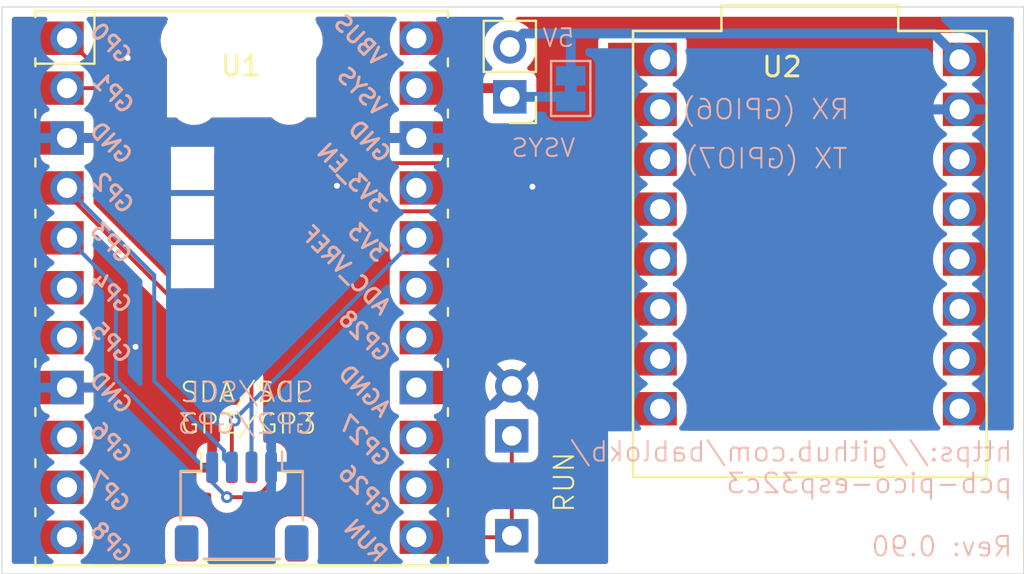
<source format=kicad_pcb>
(kicad_pcb (version 20221018) (generator pcbnew)
  (layers (0 "F.Cu" signal) (31 "B.Cu" signal) (34 "B.Paste" user) (35 "F.Paste" user) (36 "B.SilkS" user "B.Silkscreen") (37 "F.SilkS" user "F.Silkscreen") (38 "B.Mask" user) (39 "F.Mask" user) (44 "Edge.Cuts" user))
  (net 0 "")
  (net 1 "/VSYS")
  (net 2 "/5V")
  (net 3 "GND")
  (net 4 "/3V3")
  (net 5 "/SDA")
  (net 6 "/SCL")
  (net 7 "/RUN")
  (net 8 "/TX")
  (net 9 "/RX")
  (footprint "Connector_PinHeader_2.54mm:PinHeader_1x02_P2.54mm_Vertical" (layer "F.Cu") (at 139.1 69.925 180)
    (fp_text reference "J1" hide)
    (fp_text value "Conn_01x02" hide)
    (fp_line (start -1.33 -1.33) (end 0 -1.33) (stroke (width 0.12)) (layer "F.SilkS"))
    (fp_line (start -1.33 0) (end -1.33 -1.33) (stroke (width 0.12)) (layer "F.SilkS"))
    (fp_line (start -1.33 1.27) (end -1.33 3.87) (stroke (width 0.12)) (layer "F.SilkS"))
    (fp_line (start -1.33 1.27) (end 1.33 1.27) (stroke (width 0.12)) (layer "F.SilkS"))
    (fp_line (start -1.33 3.87) (end 1.33 3.87) (stroke (width 0.12)) (layer "F.SilkS"))
    (fp_line (start 1.33 1.27) (end 1.33 3.87) (stroke (width 0.12)) (layer "F.SilkS"))
    (pad "1" thru_hole rect (at 0 0 180) (size 1.7 1.7) (drill 1) (layers "*.Cu" "*.Mask") (net 1 "/VSYS"))
    (pad "2" thru_hole oval (at 0 2.54 180) (size 1.7 1.7) (drill 1) (layers "*.Cu" "*.Mask") (net 2 "/5V"))
  )
  (footprint "user:SW_PUSH_SLIM_1x4" (layer "F.Cu") (at 139.2 92.26 90)
    (fp_text reference "SW1" hide)
    (fp_text value "RESET" hide)
    (pad "1" thru_hole rect (at 0 0 90) (size 1.7 1.7) (drill 1) (layers "*.Cu" "*.Mask") (net 7 "/RUN"))
    (pad "1" thru_hole rect (at 5.08 0 90) (size 1.7 1.7) (drill 1) (layers "*.Cu" "*.Mask") (net 7 "/RUN"))
    (pad "2" thru_hole circle (at 7.62 0 90) (size 1.7 1.7) (drill 1) (layers "*.Cu" "*.Mask") (net 3 "GND"))
  )
  (footprint "user:RPi_Pico_SMD_TH_1_11" (layer "F.Cu") (at 125.45 91.07)
    (fp_text reference "U1" (at -0.05 -22.72) (layer "F.SilkS"))
    (fp_text value "Pico_1_11" hide)
    (fp_text user "GP6" (at -6.65 -3.55 -45) (layer "B.SilkS") (effects (font (size 0.8 0.8)) (justify mirror)))
    (fp_text user "3V3" (at 6.404 -13.726 -45) (layer "B.SilkS") (effects (font (size 0.8 0.8)) (justify mirror)))
    (fp_text user "GP7" (at -6.75 -1.04 -45) (layer "B.SilkS") (effects (font (size 0.8 0.8)) (justify mirror)))
    (fp_text user "GND" (at 6.504 -18.876 -45) (layer "B.SilkS") (effects (font (size 0.8 0.8)) (justify mirror)))
    (fp_text user "3V3_EN" (at 5.604 -17.026 -45) (layer "B.SilkS") (effects (font (size 0.8 0.8)) (justify mirror)))
    (fp_text user "GND" (at -6.65 -18.79 -45) (layer "B.SilkS") (effects (font (size 0.8 0.8)) (justify mirror)))
    (fp_text user "VBUS" (at 6.004 -24.026 -45) (layer "B.SilkS") (effects (font (size 0.8 0.8)) (justify mirror)))
    (fp_text user "GP2" (at -6.55 -16.25 -45) (layer "B.SilkS") (effects (font (size 0.8 0.8)) (justify mirror)))
    (fp_text user "GP27" (at 6.25 -3.626 -45) (layer "B.SilkS") (effects (font (size 0.8 0.8)) (justify mirror)))
    (fp_text user "RUN" (at 6.304 1.444 -45) (layer "B.SilkS") (effects (font (size 0.8 0.8)) (justify mirror)))
    (fp_text user "GP5" (at -6.65 -8.63 -45) (layer "B.SilkS") (effects (font (size 0.8 0.8)) (justify mirror)))
    (fp_text user "GP28" (at 6.25 -8.97 -45) (layer "B.SilkS") (effects (font (size 0.8 0.8)) (justify mirror)))
    (fp_text user "GP8" (at -6.65 1.53 -45) (layer "B.SilkS") (effects (font (size 0.8 0.8)) (justify mirror)))
    (fp_text user "AGND" (at 6.25 -6.176 -45) (layer "B.SilkS") (effects (font (size 0.8 0.8)) (justify mirror)))
    (fp_text user "GP26" (at 6.25 -1.096 -45) (layer "B.SilkS") (effects (font (size 0.8 0.8)) (justify mirror)))
    (fp_text user "GP3" (at -6.65 -13.71 -45) (layer "B.SilkS") (effects (font (size 0.8 0.8)) (justify mirror)))
    (fp_text user "GP1" (at -6.55 -21.34 -45) (layer "B.SilkS") (effects (font (size 0.8 0.8)) (justify mirror)))
    (fp_text user "GND" (at -6.65 -6.09 -45) (layer "B.SilkS") (effects (font (size 0.8 0.8)) (justify mirror)))
    (fp_text user "VSYS" (at 6.104 -21.416 -45) (layer "B.SilkS") (effects (font (size 0.8 0.8)) (justify mirror)))
    (fp_text user "GP0" (at -6.65 -23.87 -45) (layer "B.SilkS") (effects (font (size 0.8 0.8)) (justify mirror)))
    (fp_text user "GP4" (at -6.65 -11.17 -45) (layer "B.SilkS") (effects (font (size 0.8 0.8)) (justify mirror)))
    (fp_text user "ADC_VREF" (at 5.304 -12.326 -45) (layer "B.SilkS") (effects (font (size 0.8 0.8)) (justify mirror)))
    (fp_line (start -10.5 -25.5) (end -10.5 -25.2) (stroke (width 0.12)) (layer "F.SilkS"))
    (fp_line (start -10.5 -25.5) (end 10.5 -25.5) (stroke (width 0.12)) (layer "F.SilkS"))
    (fp_line (start -10.5 -23.1) (end -10.5 -22.7) (stroke (width 0.12)) (layer "F.SilkS"))
    (fp_line (start -10.5 -22.833) (end -7.493 -22.833) (stroke (width 0.12)) (layer "F.SilkS"))
    (fp_line (start -10.5 -20.5) (end -10.5 -20.1) (stroke (width 0.12)) (layer "F.SilkS"))
    (fp_line (start -10.5 -18) (end -10.5 -17.6) (stroke (width 0.12)) (layer "F.SilkS"))
    (fp_line (start -10.5 -15.4) (end -10.5 -15) (stroke (width 0.12)) (layer "F.SilkS"))
    (fp_line (start -10.5 -12.9) (end -10.5 -12.5) (stroke (width 0.12)) (layer "F.SilkS"))
    (fp_line (start -10.5 -10.4) (end -10.5 -10) (stroke (width 0.12)) (layer "F.SilkS"))
    (fp_line (start -10.5 -7.8) (end -10.5 -7.4) (stroke (width 0.12)) (layer "F.SilkS"))
    (fp_line (start -10.5 -5.3) (end -10.5 -4.9) (stroke (width 0.12)) (layer "F.SilkS"))
    (fp_line (start -10.5 -2.7) (end -10.5 -2.3) (stroke (width 0.12)) (layer "F.SilkS"))
    (fp_line (start -10.5 -0.2) (end -10.5 0.2) (stroke (width 0.12)) (layer "F.SilkS"))
    (fp_line (start -10.5 2.3) (end -10.5 2.7) (stroke (width 0.12)) (layer "F.SilkS"))
    (fp_line (start -7.493 -22.833) (end -7.493 -25.5) (stroke (width 0.12)) (layer "F.SilkS"))
    (fp_line (start 10.5 -25.5) (end 10.5 -25.2) (stroke (width 0.12)) (layer "F.SilkS"))
    (fp_line (start 10.5 -23.1) (end 10.5 -22.7) (stroke (width 0.12)) (layer "F.SilkS"))
    (fp_line (start 10.5 -20.5) (end 10.5 -20.1) (stroke (width 0.12)) (layer "F.SilkS"))
    (fp_line (start 10.5 -18) (end 10.5 -17.6) (stroke (width 0.12)) (layer "F.SilkS"))
    (fp_line (start 10.5 -15.4) (end 10.5 -15) (stroke (width 0.12)) (layer "F.SilkS"))
    (fp_line (start 10.5 -12.9) (end 10.5 -12.5) (stroke (width 0.12)) (layer "F.SilkS"))
    (fp_line (start 10.5 -10.4) (end 10.5 -10) (stroke (width 0.12)) (layer "F.SilkS"))
    (fp_line (start 10.5 -7.8) (end 10.5 -7.4) (stroke (width 0.12)) (layer "F.SilkS"))
    (fp_line (start 10.5 -5.3) (end 10.5 -4.9) (stroke (width 0.12)) (layer "F.SilkS"))
    (fp_line (start 10.5 -2.7) (end 10.5 -2.3) (stroke (width 0.12)) (layer "F.SilkS"))
    (fp_line (start 10.5 -0.2) (end 10.5 0.2) (stroke (width 0.12)) (layer "F.SilkS"))
    (fp_line (start 10.5 2.3) (end 10.5 2.7) (stroke (width 0.12)) (layer "F.SilkS"))
    (fp_line (start 10.5 2.7) (end -10.5 2.7) (stroke (width 0.12)) (layer "F.SilkS"))
    (pad "" np_thru_hole oval (at -2.725 -24) (size 1.8 1.8) (drill 1.8) (layers "*.Cu" "*.Mask"))
    (pad "" np_thru_hole oval (at -2.425 -20.97) (size 1.5 1.5) (drill 1.5) (layers "*.Cu" "*.Mask"))
    (pad "" np_thru_hole oval (at 2.425 -20.97) (size 1.5 1.5) (drill 1.5) (layers "*.Cu" "*.Mask"))
    (pad "" np_thru_hole oval (at 2.725 -24) (size 1.8 1.8) (drill 1.8) (layers "*.Cu" "*.Mask"))
    (pad "1" thru_hole oval (at -8.89 -24.13) (size 1.7 1.7) (drill 1.02) (layers "*.Cu" "*.Mask") (net 8 "/TX"))
    (pad "1" smd rect (at -8.89 -24.13) (size 3.5 1.7) (drill (offset -0.9 0)) (layers "F.Cu" "F.Mask") (net 8 "/TX"))
    (pad "2" thru_hole oval (at -8.89 -21.59) (size 1.7 1.7) (drill 1.02) (layers "*.Cu" "*.Mask") (net 9 "/RX"))
    (pad "2" smd rect (at -8.89 -21.59) (size 3.5 1.7) (drill (offset -0.9 0)) (layers "F.Cu" "F.Mask") (net 9 "/RX"))
    (pad "3" thru_hole rect (at -8.89 -19.05) (size 1.7 1.7) (drill 1.02) (layers "*.Cu" "*.Mask") (net 3 "GND"))
    (pad "3" smd rect (at -8.89 -19.05) (size 3.5 1.7) (drill (offset -0.9 0)) (layers "F.Cu" "F.Mask") (net 3 "GND"))
    (pad "4" thru_hole oval (at -8.89 -16.51) (size 1.7 1.7) (drill 1.02) (layers "*.Cu" "*.Mask") (net 5 "/SDA"))
    (pad "4" smd rect (at -8.89 -16.51) (size 3.5 1.7) (drill (offset -0.9 0)) (layers "F.Cu" "F.Mask") (net 5 "/SDA"))
    (pad "5" thru_hole oval (at -8.89 -13.97) (size 1.7 1.7) (drill 1.02) (layers "*.Cu" "*.Mask") (net 6 "/SCL"))
    (pad "5" smd rect (at -8.89 -13.97) (size 3.5 1.7) (drill (offset -0.9 0)) (layers "F.Cu" "F.Mask") (net 6 "/SCL"))
    (pad "6" thru_hole oval (at -8.89 -11.43) (size 1.7 1.7) (drill 1.02) (layers "*.Cu" "*.Mask"))
    (pad "6" smd rect (at -8.89 -11.43) (size 3.5 1.7) (drill (offset -0.9 0)) (layers "F.Cu" "F.Mask"))
    (pad "7" thru_hole oval (at -8.89 -8.89) (size 1.7 1.7) (drill 1.02) (layers "*.Cu" "*.Mask"))
    (pad "7" smd rect (at -8.89 -8.89) (size 3.5 1.7) (drill (offset -0.9 0)) (layers "F.Cu" "F.Mask"))
    (pad "8" thru_hole rect (at -8.89 -6.35) (size 1.7 1.7) (drill 1.02) (layers "*.Cu" "*.Mask") (net 3 "GND"))
    (pad "8" smd rect (at -8.89 -6.35) (size 3.5 1.7) (drill (offset -0.9 0)) (layers "F.Cu" "F.Mask") (net 3 "GND"))
    (pad "9" thru_hole oval (at -8.89 -3.81) (size 1.7 1.7) (drill 1.02) (layers "*.Cu" "*.Mask"))
    (pad "9" smd rect (at -8.89 -3.81) (size 3.5 1.7) (drill (offset -0.9 0)) (layers "F.Cu" "F.Mask"))
    (pad "10" thru_hole oval (at -8.89 -1.27) (size 1.7 1.7) (drill 1.02) (layers "*.Cu" "*.Mask"))
    (pad "10" smd rect (at -8.89 -1.27) (size 3.5 1.7) (drill (offset -0.9 0)) (layers "F.Cu" "F.Mask"))
    (pad "11" thru_hole oval (at -8.89 1.27) (size 1.7 1.7) (drill 1.02) (layers "*.Cu" "*.Mask"))
    (pad "11" smd rect (at -8.89 1.27) (size 3.5 1.7) (drill (offset -0.9 0)) (layers "F.Cu" "F.Mask"))
    (pad "30" thru_hole oval (at 8.89 1.27) (size 1.7 1.7) (drill 1.02) (layers "*.Cu" "*.Mask") (net 7 "/RUN"))
    (pad "30" smd rect (at 8.89 1.27) (size 3.5 1.7) (drill (offset 0.9 0)) (layers "F.Cu" "F.Mask") (net 7 "/RUN"))
    (pad "31" thru_hole oval (at 8.89 -1.27) (size 1.7 1.7) (drill 1.02) (layers "*.Cu" "*.Mask"))
    (pad "31" smd rect (at 8.89 -1.27) (size 3.5 1.7) (drill (offset 0.9 0)) (layers "F.Cu" "F.Mask"))
    (pad "32" thru_hole oval (at 8.89 -3.81) (size 1.7 1.7) (drill 1.02) (layers "*.Cu" "*.Mask"))
    (pad "32" smd rect (at 8.89 -3.81) (size 3.5 1.7) (drill (offset 0.9 0)) (layers "F.Cu" "F.Mask"))
    (pad "33" thru_hole rect (at 8.89 -6.35) (size 1.7 1.7) (drill 1.02) (layers "*.Cu" "*.Mask"))
    (pad "33" smd rect (at 8.89 -6.35) (size 3.5 1.7) (drill (offset 0.9 0)) (layers "F.Cu" "F.Mask"))
    (pad "34" thru_hole oval (at 8.89 -8.89) (size 1.7 1.7) (drill 1.02) (layers "*.Cu" "*.Mask"))
    (pad "34" smd rect (at 8.89 -8.89) (size 3.5 1.7) (drill (offset 0.9 0)) (layers "F.Cu" "F.Mask"))
    (pad "35" thru_hole oval (at 8.89 -11.43) (size 1.7 1.7) (drill 1.02) (layers "*.Cu" "*.Mask"))
    (pad "35" smd rect (at 8.89 -11.43) (size 3.5 1.7) (drill (offset 0.9 0)) (layers "F.Cu" "F.Mask"))
    (pad "36" thru_hole oval (at 8.89 -13.97) (size 1.7 1.7) (drill 1.02) (layers "*.Cu" "*.Mask") (net 4 "/3V3"))
    (pad "36" smd rect (at 8.89 -13.97) (size 3.5 1.7) (drill (offset 0.9 0)) (layers "F.Cu" "F.Mask") (net 4 "/3V3"))
    (pad "37" thru_hole oval (at 8.89 -16.51) (size 1.7 1.7) (drill 1.02) (layers "*.Cu" "*.Mask"))
    (pad "37" smd rect (at 8.89 -16.51) (size 3.5 1.7) (drill (offset 0.9 0)) (layers "F.Cu" "F.Mask"))
    (pad "38" thru_hole rect (at 8.89 -19.05) (size 1.7 1.7) (drill 1.02) (layers "*.Cu" "*.Mask") (net 3 "GND"))
    (pad "38" smd rect (at 8.89 -19.05) (size 3.5 1.7) (drill (offset 0.9 0)) (layers "F.Cu" "F.Mask") (net 3 "GND"))
    (pad "39" thru_hole oval (at 8.89 -21.59) (size 1.7 1.7) (drill 1.02) (layers "*.Cu" "*.Mask") (net 1 "/VSYS"))
    (pad "39" smd rect (at 8.89 -21.59) (size 3.5 1.7) (drill (offset 0.9 0)) (layers "F.Cu" "F.Mask") (net 1 "/VSYS"))
    (pad "40" thru_hole oval (at 8.89 -24.13) (size 1.7 1.7) (drill 1.02) (layers "*.Cu" "*.Mask"))
    (pad "40" smd rect (at 8.89 -24.13) (size 3.5 1.7) (drill (offset 0.9 0)) (layers "F.Cu" "F.Mask"))
    (zone (net 0) (net_name "") (layers "F&B.Cu" "F.SilkS") (name "USB") (connect_pads (clearance 0)) (min_thickness 0.25)
      (keepout (tracks not_allowed) (vias not_allowed) (pads not_allowed) (copperpour not_allowed) (footprints not_allowed))
      (fill (thermal_gap 0.5) (thermal_bridge_width 0.5))
      (polygon (pts (xy 121.65 66.07) (xy 129.25 66.07) (xy 129.25 70.97) (xy 121.65 70.97)))
    )
    (zone (net 0) (net_name "") (layers "F&B.Cu" "F.SilkS") (name "T1") (connect_pads (clearance 0)) (min_thickness 0.25)
      (keepout (tracks not_allowed) (vias not_allowed) (pads not_allowed) (copperpour not_allowed) (footprints not_allowed))
      (fill (thermal_gap 0.5) (thermal_bridge_width 0.5))
      (polygon (pts (xy 121.85 72.47) (xy 124.05 72.47) (xy 124.05 74.67) (xy 121.85 74.67)))
    )
    (zone (net 0) (net_name "") (layers "F&B.Cu" "F.SilkS") (name "T1") (connect_pads (clearance 0)) (min_thickness 0.25)
      (keepout (tracks not_allowed) (vias not_allowed) (pads not_allowed) (copperpour not_allowed) (footprints not_allowed))
      (fill (thermal_gap 0.5) (thermal_bridge_width 0.5))
      (polygon (pts (xy 121.85 74.97) (xy 124.05 74.97) (xy 124.05 77.17) (xy 121.85 77.17)))
    )
    (zone (net 0) (net_name "") (layers "F&B.Cu" "F.SilkS") (name "T1") (connect_pads (clearance 0)) (min_thickness 0.25)
      (keepout (tracks not_allowed) (vias not_allowed) (pads not_allowed) (copperpour not_allowed) (footprints not_allowed))
      (fill (thermal_gap 0.5) (thermal_bridge_width 0.5))
      (polygon (pts (xy 121.85 77.47) (xy 124.05 77.47) (xy 124.05 79.67) (xy 121.85 79.67)))
    )
  )
  (footprint "user:ESP32-C3_SUPERMINI" (layer "F.Cu") (at 154.37 77.92)
    (fp_text reference "U2" (at -1.42 -9.52) (layer "F.SilkS"))
    (fp_text value "ESP32-C3_SUPERMINI" hide)
    (fp_line (start -9 11.35) (end -9 -11.35) (stroke (width 0.127)) (layer "F.SilkS"))
    (fp_line (start -4.5 -12.65) (end -4.5 -11.35) (stroke (width 0.127)) (layer "F.SilkS"))
    (fp_line (start -4.5 -11.35) (end -9 -11.35) (stroke (width 0.127)) (layer "F.SilkS"))
    (fp_line (start 4.5 -12.65) (end -4.5 -12.65) (stroke (width 0.127)) (layer "F.SilkS"))
    (fp_line (start 4.5 -12.65) (end 4.5 -11.35) (stroke (width 0.127)) (layer "F.SilkS"))
    (fp_line (start 9 -11.35) (end 4.5 -11.35) (stroke (width 0.127)) (layer "F.SilkS"))
    (fp_line (start 9 11.35) (end -9 11.35) (stroke (width 0.127)) (layer "F.SilkS"))
    (fp_line (start 9 11.35) (end 9 -11.35) (stroke (width 0.127)) (layer "F.SilkS"))
    (pad "0" thru_hole oval (at 7.62 7.88 180) (size 1.7 1.7) (drill 1.02) (layers "*.Cu" "*.Mask"))
    (pad "0" smd rect (at 7.62 7.88 180) (size 3.5 1.7) (drill (offset -0.9 0)) (layers "F.Cu" "F.Mask"))
    (pad "1" thru_hole oval (at 7.62 5.34 180) (size 1.7 1.7) (drill 1.02) (layers "*.Cu" "*.Mask"))
    (pad "1" smd rect (at 7.62 5.34 180) (size 3.5 1.7) (drill (offset -0.9 0)) (layers "F.Cu" "F.Mask"))
    (pad "2" thru_hole oval (at 7.62 2.8 180) (size 1.7 1.7) (drill 1.02) (layers "*.Cu" "*.Mask"))
    (pad "2" smd rect (at 7.62 2.8 180) (size 3.5 1.7) (drill (offset -0.9 0)) (layers "F.Cu" "F.Mask"))
    (pad "3" thru_hole oval (at 7.62 0.26 180) (size 1.7 1.7) (drill 1.02) (layers "*.Cu" "*.Mask"))
    (pad "3" smd rect (at 7.62 0.26 180) (size 3.5 1.7) (drill (offset -0.9 0)) (layers "F.Cu" "F.Mask"))
    (pad "3.3" thru_hole oval (at 7.62 -4.82 180) (size 1.7 1.7) (drill 1.02) (layers "*.Cu" "*.Mask"))
    (pad "3.3" smd rect (at 7.62 -4.82 180) (size 3.5 1.7) (drill (offset -0.9 0)) (layers "F.Cu" "F.Mask"))
    (pad "4" thru_hole oval (at 7.62 -2.28 180) (size 1.7 1.7) (drill 1.02) (layers "*.Cu" "*.Mask"))
    (pad "4" smd rect (at 7.62 -2.28 180) (size 3.5 1.7) (drill (offset -0.9 0)) (layers "F.Cu" "F.Mask"))
    (pad "5" thru_hole oval (at -7.62 -9.9) (size 1.7 1.7) (drill 1.02) (layers "*.Cu" "*.Mask"))
    (pad "5" smd rect (at -7.62 -9.9) (size 3.5 1.7) (drill (offset -0.9 0)) (layers "F.Cu" "F.Mask"))
    (pad "5V" thru_hole oval (at 7.62 -9.9 180) (size 1.7 1.7) (drill 1.02) (layers "*.Cu" "*.Mask") (net 2 "/5V"))
    (pad "5V" smd rect (at 7.62 -9.9 180) (size 3.5 1.7) (drill (offset -0.9 0)) (layers "F.Cu" "F.Mask") (net 2 "/5V"))
    (pad "6" thru_hole oval (at -7.62 -7.36) (size 1.7 1.7) (drill 1.02) (layers "*.Cu" "*.Mask") (net 8 "/TX"))
    (pad "6" smd rect (at -7.62 -7.36) (size 3.5 1.7) (drill (offset -0.9 0)) (layers "F.Cu" "F.Mask") (net 8 "/TX"))
    (pad "7" thru_hole oval (at -7.62 -4.82) (size 1.7 1.7) (drill 1.02) (layers "*.Cu" "*.Mask") (net 9 "/RX"))
    (pad "7" smd rect (at -7.62 -4.82) (size 3.5 1.7) (drill (offset -0.9 0)) (layers "F.Cu" "F.Mask") (net 9 "/RX"))
    (pad "8" thru_hole oval (at -7.62 -2.28) (size 1.7 1.7) (drill 1.02) (layers "*.Cu" "*.Mask"))
    (pad "8" smd rect (at -7.62 -2.28) (size 3.5 1.7) (drill (offset -0.9 0)) (layers "F.Cu" "F.Mask"))
    (pad "9" thru_hole oval (at -7.62 0.26) (size 1.7 1.7) (drill 1.02) (layers "*.Cu" "*.Mask"))
    (pad "9" smd rect (at -7.62 0.26) (size 3.5 1.7) (drill (offset -0.9 0)) (layers "F.Cu" "F.Mask"))
    (pad "10" thru_hole oval (at -7.62 2.8) (size 1.7 1.7) (drill 1.02) (layers "*.Cu" "*.Mask"))
    (pad "10" smd rect (at -7.62 2.8) (size 3.5 1.7) (drill (offset -0.9 0)) (layers "F.Cu" "F.Mask"))
    (pad "20" thru_hole oval (at -7.62 5.34) (size 1.7 1.7) (drill 1.02) (layers "*.Cu" "*.Mask"))
    (pad "20" smd rect (at -7.62 5.34) (size 3.5 1.7) (drill (offset -0.9 0)) (layers "F.Cu" "F.Mask"))
    (pad "21" thru_hole oval (at -7.62 7.88) (size 1.7 1.7) (drill 1.02) (layers "*.Cu" "*.Mask"))
    (pad "21" smd rect (at -7.62 7.88) (size 3.5 1.7) (drill (offset -0.9 0)) (layers "F.Cu" "F.Mask"))
    (pad "G" thru_hole oval (at 7.62 -7.36 180) (size 1.7 1.7) (drill 1.02) (layers "*.Cu" "*.Mask") (net 3 "GND"))
    (pad "G" smd rect (at 7.62 -7.36 180) (size 3.5 1.7) (drill (offset -0.9 0)) (layers "F.Cu" "F.Mask") (net 3 "GND"))
    (zone (net 0) (net_name "") (layers "F&B.Cu" "F.SilkS") (name "Antenna") (connect_pads (clearance 0)) (min_thickness 0.25)
      (keepout (tracks not_allowed) (vias not_allowed) (pads not_allowed) (copperpour not_allowed) (footprints not_allowed))
      (fill (thermal_gap 0.5) (thermal_bridge_width 0.5))
      (polygon (pts (xy 145.47 86.92) (xy 163.27 86.92) (xy 163.27 89.22) (xy 145.47 89.22)))
    )
  )
  (footprint "user:JST_SH_SM04B-SRSS-TB_1x04-1MP_P1.00mm_Horizontal" (layer "F.Cu") (at 125.45 90.8)
    (fp_text reference "J2" hide)
    (fp_text value "I2C_TOP" hide)
    (fp_line (start -3.11 -1.785) (end -2.06 -1.785) (stroke (width 0.12)) (layer "F.SilkS"))
    (fp_line (start -3.11 0.715) (end -3.11 -1.785) (stroke (width 0.12)) (layer "F.SilkS"))
    (fp_line (start -2.06 -1.785) (end -2.06 -2.775) (stroke (width 0.12)) (layer "F.SilkS"))
    (fp_line (start -1.94 2.685) (end 1.94 2.685) (stroke (width 0.12)) (layer "F.SilkS"))
    (fp_line (start 3.11 -1.785) (end 2.06 -1.785) (stroke (width 0.12)) (layer "F.SilkS"))
    (fp_line (start 3.11 0.715) (end 3.11 -1.785) (stroke (width 0.12)) (layer "F.SilkS"))
    (pad "1" smd roundrect (at -1.5 -2) (size 0.6 1.55) (layers "F.Cu" "F.Paste" "F.Mask") (net 3 "GND"))
    (pad "2" smd roundrect (at -0.5 -2) (size 0.6 1.55) (layers "F.Cu" "F.Paste" "F.Mask") (net 4 "/3V3"))
    (pad "3" smd roundrect (at 0.5 -2) (size 0.6 1.55) (layers "F.Cu" "F.Paste" "F.Mask") (net 5 "/SDA"))
    (pad "4" smd roundrect (at 1.5 -2) (size 0.6 1.55) (layers "F.Cu" "F.Paste" "F.Mask") (net 6 "/SCL"))
    (pad "MP" smd roundrect (at -2.8 1.875) (size 1.2 1.8) (layers "F.Cu" "F.Paste" "F.Mask") (roundrect_rratio 0.2083333333))
    (pad "MP" smd roundrect (at 2.8 1.875) (size 1.2 1.8) (layers "F.Cu" "F.Paste" "F.Mask") (roundrect_rratio 0.2083333333))
  )
  (footprint "user:JST_SH_SM04B-SRSS-TB_1x04-1MP_P1.00mm_Horizontal" (layer "B.Cu") (at 125.45 90.75 180)
    (fp_text reference "J3" hide)
    (fp_text value "I2C_BOT" hide)
    (fp_line (start -3.11 -0.715) (end -3.11 1.785) (stroke (width 0.12)) (layer "B.SilkS"))
    (fp_line (start -3.11 1.785) (end -2.06 1.785) (stroke (width 0.12)) (layer "B.SilkS"))
    (fp_line (start -2.06 1.785) (end -2.06 2.775) (stroke (width 0.12)) (layer "B.SilkS"))
    (fp_line (start -1.94 -2.685) (end 1.94 -2.685) (stroke (width 0.12)) (layer "B.SilkS"))
    (fp_line (start 3.11 -0.715) (end 3.11 1.785) (stroke (width 0.12)) (layer "B.SilkS"))
    (fp_line (start 3.11 1.785) (end 2.06 1.785) (stroke (width 0.12)) (layer "B.SilkS"))
    (pad "1" smd roundrect (at -1.5 2 180) (size 0.6 1.55) (layers "B.Cu" "B.Paste" "B.Mask") (net 3 "GND"))
    (pad "2" smd roundrect (at -0.5 2 180) (size 0.6 1.55) (layers "B.Cu" "B.Paste" "B.Mask") (net 4 "/3V3"))
    (pad "3" smd roundrect (at 0.5 2 180) (size 0.6 1.55) (layers "B.Cu" "B.Paste" "B.Mask") (net 5 "/SDA"))
    (pad "4" smd roundrect (at 1.5 2 180) (size 0.6 1.55) (layers "B.Cu" "B.Paste" "B.Mask") (net 6 "/SCL"))
    (pad "MP" smd roundrect (at -2.8 -1.875 180) (size 1.2 1.8) (layers "B.Cu" "B.Paste" "B.Mask") (roundrect_rratio 0.2083333333))
    (pad "MP" smd roundrect (at 2.8 -1.875 180) (size 1.2 1.8) (layers "B.Cu" "B.Paste" "B.Mask") (roundrect_rratio 0.2083333333))
  )
  (footprint "Jumper:SolderJumper-2_P1.3mm_Bridged_Pad1.0x1.5mm" (layer "B.Cu") (at 142.2 69.5 90)
    (fp_text reference "JP1" hide)
    (fp_text value "VSYS_5V" hide)
    (fp_poly (pts (xy -0.25 0.3) (xy 0.25 0.3) (xy 0.25 -0.3) (xy -0.25 -0.3)) (fill solid) (layer "B.Cu"))
    (fp_line (start -1.4 -1) (end -1.4 1) (stroke (width 0.12)) (layer "B.SilkS"))
    (fp_line (start -1.4 1) (end 1.4 1) (stroke (width 0.12)) (layer "B.SilkS"))
    (fp_line (start 1.4 -1) (end -1.4 -1) (stroke (width 0.12)) (layer "B.SilkS"))
    (fp_line (start 1.4 1) (end 1.4 -1) (stroke (width 0.12)) (layer "B.SilkS"))
    (pad "1" smd rect (at -0.65 0 90) (size 1 1.5) (layers "B.Cu" "B.Mask") (net 1 "/VSYS"))
    (pad "2" smd rect (at 0.65 0 90) (size 1 1.5) (layers "B.Cu" "B.Mask") (net 2 "/5V"))
  )
  (gr_rect (start 113.25 65.35) (end 165.25 94.2) (stroke (width 0.05)) (fill none) (layer "Edge.Cuts"))
  (gr_text "SDA/SCL\nGP2/GP3" (at 129.2 87.15) (layer "B.SilkS") (effects (font (size 1 1) (thickness 0.1)) (justify left bottom mirror)))
  (gr_text "RX (GPIO6)" (at 156.45 71.15) (layer "B.SilkS") (effects (font (size 1 1) (thickness 0.1)) (justify left bottom mirror)))
  (gr_text "https://github.com/bablokb/\npcb-pico-esp32c3\n\nRev: 0.90" (at 164.75 93.4) (layer "B.SilkS") (effects (font (size 1 1) (thickness 0.1)) (justify left bottom mirror)))
  (gr_text "5V" (at 142.45 67.45) (layer "B.SilkS") (effects (font (size 0.9 0.9) (thickness 0.1)) (justify left bottom mirror)))
  (gr_text "VSYS" (at 142.5 73.05) (layer "B.SilkS") (effects (font (size 0.9 0.9) (thickness 0.1)) (justify left bottom mirror)))
  (gr_text "TX (GPIO7)" (at 156.35 73.65) (layer "B.SilkS") (effects (font (size 1 1) (thickness 0.1)) (justify left bottom mirror)))
  (gr_text "RUN" (at 142.45 91.15 90) (layer "F.SilkS") (effects (font (size 1 1) (thickness 0.1)) (justify left bottom)))
  (gr_text "SDA/SCL\nGP2/GP3" (at 122.25 87.15) (layer "F.SilkS") (effects (font (size 1 1) (thickness 0.1)) (justify left bottom)))
  (segment (start 134.34 69.48) (end 138.655 69.48) (width 0.5) (layer "F.Cu") (net 1))
  (segment (start 138.655 69.48) (end 139.1 69.925) (width 0.5) (layer "F.Cu") (net 1))
  (segment (start 139.1 69.925) (end 141.975 69.925) (width 0.5) (layer "B.Cu") (net 1))
  (segment (start 141.975 69.925) (end 142.2 70.15) (width 0.5) (layer "B.Cu") (net 1))
  (segment (start 139.785 66.7) (end 139.1 67.385) (width 0.5) (layer "B.Cu") (net 2))
  (segment (start 142.2 66.7) (end 160.67 66.7) (width 0.5) (layer "B.Cu") (net 2))
  (segment (start 160.67 66.7) (end 161.99 68.02) (width 0.5) (layer "B.Cu") (net 2))
  (segment (start 142.2 66.7) (end 139.785 66.7) (width 0.5) (layer "B.Cu") (net 2))
  (segment (start 142.2 68.85) (end 142.2 66.7) (width 0.5) (layer "B.Cu") (net 2))
  (via (at 119.65 67.95) (size 0.6) (drill 0.3) (layers "F.Cu" "B.Cu") (net 3))
  (via (at 120.05 82.65) (size 0.6) (drill 0.3) (layers "F.Cu" "B.Cu") (net 3))
  (via (at 140.25 74.5) (size 0.6) (drill 0.3) (layers "F.Cu" "B.Cu") (net 3))
  (via (at 130.3 74.45) (size 0.6) (drill 0.3) (layers "F.Cu" "B.Cu") (net 3))
  (segment (start 124.95 88.8) (end 124.95 86.55) (width 0.2) (layer "F.Cu") (net 4))
  (segment (start 124.95 86.55) (end 125.1 86.4) (width 0.2) (layer "F.Cu") (net 4))
  (via (at 125.1 86.4) (size 0.6) (drill 0.3) (layers "F.Cu" "B.Cu") (net 4))
  (segment (start 125.1 86.4) (end 125.1 86.34) (width 0.2) (layer "B.Cu") (net 4))
  (segment (start 126.195 85.245) (end 134.34 77.1) (width 0.2) (layer "B.Cu") (net 4))
  (segment (start 125.1 86.34) (end 126.195 85.245) (width 0.2) (layer "B.Cu") (net 4))
  (segment (start 125.95 85.49) (end 126.195 85.245) (width 0.2) (layer "B.Cu") (net 4))
  (segment (start 125.95 88.75) (end 125.95 85.49) (width 0.2) (layer "B.Cu") (net 4))
  (segment (start 125.95 84.25) (end 116.56 74.86) (width 0.2) (layer "F.Cu") (net 5))
  (segment (start 116.56 74.86) (end 116.56 74.56) (width 0.2) (layer "F.Cu") (net 5))
  (segment (start 125.95 88.8) (end 125.95 84.25) (width 0.2) (layer "F.Cu") (net 5))
  (segment (start 124.55 87.934448) (end 121 84.384448) (width 0.2) (layer "B.Cu") (net 5))
  (segment (start 124.55 87.934448) (end 124.55 88.35) (width 0.2) (layer "B.Cu") (net 5))
  (segment (start 121 79) (end 116.56 74.56) (width 0.2) (layer "B.Cu") (net 5))
  (segment (start 121 84.384448) (end 121 79) (width 0.2) (layer "B.Cu") (net 5))
  (segment (start 124.55 88.35) (end 124.95 88.75) (width 0.2) (layer "B.Cu") (net 5))
  (segment (start 124.7 90.3) (end 126.224999 90.3) (width 0.2) (layer "F.Cu") (net 6))
  (segment (start 126.224999 90.3) (end 126.95 89.574999) (width 0.2) (layer "F.Cu") (net 6))
  (segment (start 126.95 89.574999) (end 126.95 88.8) (width 0.2) (layer "F.Cu") (net 6))
  (via (at 124.7 90.3) (size 0.6) (drill 0.3) (layers "F.Cu" "B.Cu") (net 6))
  (segment (start 123.95 89.55) (end 124.7 90.3) (width 0.2) (layer "B.Cu") (net 6))
  (segment (start 119.05 84.3) (end 123.5 88.75) (width 0.2) (layer "B.Cu") (net 6))
  (segment (start 123.5 88.75) (end 123.95 88.75) (width 0.2) (layer "B.Cu") (net 6))
  (segment (start 123.95 88.75) (end 123.95 89.55) (width 0.2) (layer "B.Cu") (net 6))
  (segment (start 116.56 77.1) (end 119.05 79.59) (width 0.2) (layer "B.Cu") (net 6))
  (segment (start 119.05 79.59) (end 119.05 84.3) (width 0.2) (layer "B.Cu") (net 6))
  (segment (start 134.34 92.34) (end 139.12 92.34) (width 0.2) (layer "F.Cu") (net 7))
  (segment (start 139.2 92.26) (end 139.2 87.18) (width 0.2) (layer "F.Cu") (net 7))
  (segment (start 139.12 92.34) (end 139.2 92.26) (width 0.2) (layer "F.Cu") (net 7))
  (segment (start 126.6 73.3) (end 141.95 73.3) (width 0.2) (layer "F.Cu") (net 8))
  (segment (start 141.95 73.3) (end 144.69 70.56) (width 0.2) (layer "F.Cu") (net 8))
  (segment (start 125 71.7) (end 126.6 73.3) (width 0.2) (layer "F.Cu") (net 8))
  (segment (start 116.56 66.94) (end 121.32 71.7) (width 0.2) (layer "F.Cu") (net 8))
  (segment (start 144.69 70.56) (end 146.75 70.56) (width 0.2) (layer "F.Cu") (net 8))
  (segment (start 121.32 71.7) (end 125 71.7) (width 0.2) (layer "F.Cu") (net 8))
  (segment (start 128.05 75.75) (end 124.45 72.15) (width 0.2) (layer "F.Cu") (net 9))
  (segment (start 142 75.75) (end 144.65 73.1) (width 0.2) (layer "F.Cu") (net 9))
  (segment (start 121 72.15) (end 118.33 69.48) (width 0.2) (layer "F.Cu") (net 9))
  (segment (start 124.45 72.15) (end 121 72.15) (width 0.2) (layer "F.Cu") (net 9))
  (segment (start 144.65 73.1) (end 146.75 73.1) (width 0.2) (layer "F.Cu") (net 9))
  (segment (start 142 75.75) (end 128.05 75.75) (width 0.2) (layer "F.Cu") (net 9))
  (segment (start 118.33 69.48) (end 116.56 69.48) (width 0.2) (layer "F.Cu") (net 9))
  (zone (net 3) (net_name "GND") (layers "F&B.Cu") (connect_pads (clearance 0.5)) (min_thickness 0.25) (fill yes (thermal_gap 0.5) (thermal_bridge_width 0.5))
    (polygon (pts (xy 165.05 65.3) (xy 164.95 94.1) (xy 113.15 94.2) (xy 113.4 65.25)))
    (polygon (pts (xy 144.1 86.95) (xy 144.1 94.15) (xy 164.95 94.1) (xy 164.95 86.9)))
  )
)
</source>
